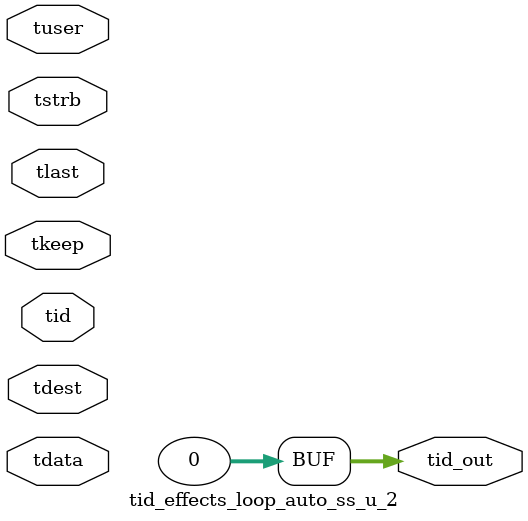
<source format=v>


`timescale 1ps/1ps

module tid_effects_loop_auto_ss_u_2 #
(
parameter C_S_AXIS_TID_WIDTH   = 1,
parameter C_S_AXIS_TUSER_WIDTH = 0,
parameter C_S_AXIS_TDATA_WIDTH = 0,
parameter C_S_AXIS_TDEST_WIDTH = 0,
parameter C_M_AXIS_TID_WIDTH   = 32
)
(
input  [(C_S_AXIS_TID_WIDTH   == 0 ? 1 : C_S_AXIS_TID_WIDTH)-1:0       ] tid,
input  [(C_S_AXIS_TDATA_WIDTH == 0 ? 1 : C_S_AXIS_TDATA_WIDTH)-1:0     ] tdata,
input  [(C_S_AXIS_TUSER_WIDTH == 0 ? 1 : C_S_AXIS_TUSER_WIDTH)-1:0     ] tuser,
input  [(C_S_AXIS_TDEST_WIDTH == 0 ? 1 : C_S_AXIS_TDEST_WIDTH)-1:0     ] tdest,
input  [(C_S_AXIS_TDATA_WIDTH/8)-1:0 ] tkeep,
input  [(C_S_AXIS_TDATA_WIDTH/8)-1:0 ] tstrb,
input                                                                    tlast,
output [(C_M_AXIS_TID_WIDTH   == 0 ? 1 : C_M_AXIS_TID_WIDTH)-1:0       ] tid_out
);

assign tid_out = {1'b0};

endmodule


</source>
